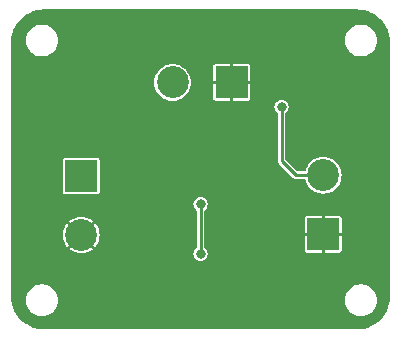
<source format=gbr>
%TF.GenerationSoftware,KiCad,Pcbnew,(6.0.5)*%
%TF.CreationDate,2022-05-30T14:14:04+05:00*%
%TF.ProjectId,multivib,6d756c74-6976-4696-922e-6b696361645f,rev?*%
%TF.SameCoordinates,Original*%
%TF.FileFunction,Copper,L2,Bot*%
%TF.FilePolarity,Positive*%
%FSLAX46Y46*%
G04 Gerber Fmt 4.6, Leading zero omitted, Abs format (unit mm)*
G04 Created by KiCad (PCBNEW (6.0.5)) date 2022-05-30 14:14:04*
%MOMM*%
%LPD*%
G01*
G04 APERTURE LIST*
%TA.AperFunction,ComponentPad*%
%ADD10R,2.700000X2.700000*%
%TD*%
%TA.AperFunction,ComponentPad*%
%ADD11C,2.700000*%
%TD*%
%TA.AperFunction,ViaPad*%
%ADD12C,0.800000*%
%TD*%
%TA.AperFunction,Conductor*%
%ADD13C,0.250000*%
%TD*%
G04 APERTURE END LIST*
D10*
%TO.P,J1,1*%
%TO.N,/out1*%
X110327500Y-100467500D03*
D11*
%TO.P,J1,2*%
%TO.N,GND*%
X110327500Y-105467500D03*
%TD*%
D10*
%TO.P,J2,1*%
%TO.N,GND*%
X123052500Y-92547500D03*
D11*
%TO.P,J2,2*%
%TO.N,Net-(C3-Pad1)*%
X118052500Y-92547500D03*
%TD*%
D10*
%TO.P,J3,1*%
%TO.N,GND*%
X130810000Y-105410000D03*
D11*
%TO.P,J3,2*%
%TO.N,/out2*%
X130810000Y-100410000D03*
%TD*%
D12*
%TO.N,Net-(C2-Pad2)*%
X120428000Y-102870000D03*
X120428000Y-107061000D03*
%TO.N,GND*%
X114340000Y-111125000D03*
X116880000Y-95885000D03*
X132120000Y-108585000D03*
X124500000Y-111125000D03*
X119420000Y-95885000D03*
X114340000Y-108585000D03*
X124500000Y-95885000D03*
X111800000Y-90805000D03*
X114340000Y-88265000D03*
X114340000Y-106045000D03*
X109260000Y-90805000D03*
X119420000Y-111125000D03*
X124500000Y-108585000D03*
X110395000Y-95885000D03*
X109260000Y-108585000D03*
X129580000Y-111125000D03*
X122256800Y-108432600D03*
X129580000Y-88265000D03*
X134660000Y-95885000D03*
X114340000Y-103505000D03*
X111800000Y-88265000D03*
X110395000Y-93345000D03*
X121960000Y-95885000D03*
X129445000Y-94615000D03*
X134660000Y-93345000D03*
X114340000Y-90805000D03*
X111800000Y-111125000D03*
X127040000Y-106045000D03*
X111800000Y-103505000D03*
X106720000Y-93345000D03*
X127040000Y-88265000D03*
X132120000Y-90805000D03*
X119420000Y-108585000D03*
X127040000Y-103505000D03*
X106720000Y-95885000D03*
%TO.N,/out2*%
X127286000Y-94615000D03*
%TD*%
D13*
%TO.N,Net-(C2-Pad2)*%
X120428000Y-102870000D02*
X120428000Y-107061000D01*
%TO.N,/out2*%
X128509000Y-100410000D02*
X130810000Y-100410000D01*
X127286000Y-94615000D02*
X127286000Y-99187000D01*
X127286000Y-99187000D02*
X128509000Y-100410000D01*
%TD*%
%TA.AperFunction,Conductor*%
%TO.N,GND*%
G36*
X133668169Y-86368018D02*
G01*
X133679641Y-86370656D01*
X133690516Y-86368195D01*
X133700727Y-86368213D01*
X133711830Y-86367288D01*
X133888468Y-86377208D01*
X133987899Y-86382792D01*
X133998922Y-86384034D01*
X134212302Y-86420288D01*
X134297461Y-86434757D01*
X134308285Y-86437227D01*
X134599279Y-86521062D01*
X134609751Y-86524726D01*
X134889530Y-86640614D01*
X134899520Y-86645425D01*
X135164563Y-86791910D01*
X135173948Y-86797806D01*
X135420937Y-86973054D01*
X135429605Y-86979967D01*
X135655407Y-87181757D01*
X135663243Y-87189593D01*
X135865033Y-87415395D01*
X135871946Y-87424063D01*
X136047194Y-87671052D01*
X136053090Y-87680437D01*
X136134893Y-87828447D01*
X136199572Y-87945474D01*
X136204386Y-87955470D01*
X136277565Y-88132140D01*
X136320273Y-88235246D01*
X136323938Y-88245721D01*
X136379738Y-88439402D01*
X136407773Y-88536715D01*
X136410243Y-88547539D01*
X136458235Y-88829998D01*
X136460966Y-88846074D01*
X136462209Y-88857106D01*
X136477684Y-89132651D01*
X136476834Y-89142626D01*
X136476862Y-89142626D01*
X136476842Y-89153777D01*
X136474344Y-89164641D01*
X136476804Y-89175513D01*
X136477059Y-89176638D01*
X136479500Y-89198488D01*
X136479500Y-110630983D01*
X136476982Y-110653169D01*
X136474344Y-110664641D01*
X136476805Y-110675516D01*
X136476787Y-110685727D01*
X136477712Y-110696830D01*
X136462209Y-110972894D01*
X136460966Y-110983922D01*
X136457503Y-111004309D01*
X136410243Y-111282461D01*
X136407773Y-111293285D01*
X136323940Y-111584275D01*
X136320274Y-111594751D01*
X136204418Y-111874455D01*
X136204389Y-111874524D01*
X136199575Y-111884520D01*
X136053090Y-112149563D01*
X136047194Y-112158948D01*
X135871946Y-112405937D01*
X135865033Y-112414605D01*
X135663243Y-112640407D01*
X135655407Y-112648243D01*
X135429605Y-112850033D01*
X135420937Y-112856946D01*
X135173948Y-113032194D01*
X135164563Y-113038090D01*
X134899520Y-113184575D01*
X134889530Y-113189386D01*
X134609751Y-113305274D01*
X134599279Y-113308938D01*
X134405598Y-113364738D01*
X134308285Y-113392773D01*
X134297461Y-113395243D01*
X134212302Y-113409712D01*
X133998922Y-113445966D01*
X133987898Y-113447208D01*
X133712346Y-113462684D01*
X133702374Y-113461834D01*
X133702374Y-113461862D01*
X133691223Y-113461842D01*
X133680359Y-113459344D01*
X133668359Y-113462059D01*
X133646512Y-113464500D01*
X107214017Y-113464500D01*
X107191831Y-113461982D01*
X107191813Y-113461978D01*
X107180359Y-113459344D01*
X107169484Y-113461805D01*
X107159273Y-113461787D01*
X107148170Y-113462712D01*
X106971532Y-113452792D01*
X106872101Y-113447208D01*
X106861078Y-113445966D01*
X106647698Y-113409712D01*
X106562539Y-113395243D01*
X106551715Y-113392773D01*
X106454402Y-113364738D01*
X106260721Y-113308938D01*
X106250249Y-113305274D01*
X105970470Y-113189386D01*
X105960480Y-113184575D01*
X105695437Y-113038090D01*
X105686052Y-113032194D01*
X105439063Y-112856946D01*
X105430395Y-112850033D01*
X105204593Y-112648243D01*
X105196757Y-112640407D01*
X104994967Y-112414605D01*
X104988054Y-112405937D01*
X104812806Y-112158948D01*
X104806910Y-112149563D01*
X104660425Y-111884520D01*
X104655611Y-111874524D01*
X104655583Y-111874455D01*
X104539726Y-111594751D01*
X104536060Y-111584275D01*
X104452227Y-111293285D01*
X104449757Y-111282461D01*
X104402497Y-111004309D01*
X104401765Y-111000000D01*
X105644341Y-111000000D01*
X105664937Y-111235408D01*
X105726097Y-111463663D01*
X105825965Y-111677829D01*
X105961505Y-111871401D01*
X106128599Y-112038495D01*
X106322171Y-112174035D01*
X106536337Y-112273903D01*
X106764592Y-112335063D01*
X106849431Y-112342486D01*
X106938870Y-112350311D01*
X106938878Y-112350311D01*
X106941034Y-112350500D01*
X107058966Y-112350500D01*
X107061122Y-112350311D01*
X107061130Y-112350311D01*
X107150569Y-112342486D01*
X107235408Y-112335063D01*
X107463663Y-112273903D01*
X107677829Y-112174035D01*
X107871401Y-112038495D01*
X108038495Y-111871401D01*
X108171554Y-111681374D01*
X108171554Y-111681373D01*
X108174035Y-111677830D01*
X108273903Y-111463663D01*
X108335063Y-111235408D01*
X108355659Y-111000000D01*
X132644341Y-111000000D01*
X132664937Y-111235408D01*
X132726097Y-111463663D01*
X132825965Y-111677829D01*
X132961505Y-111871401D01*
X133128599Y-112038495D01*
X133322171Y-112174035D01*
X133536337Y-112273903D01*
X133764592Y-112335063D01*
X133849431Y-112342486D01*
X133938870Y-112350311D01*
X133938878Y-112350311D01*
X133941034Y-112350500D01*
X134058966Y-112350500D01*
X134061122Y-112350311D01*
X134061130Y-112350311D01*
X134150569Y-112342486D01*
X134235408Y-112335063D01*
X134463663Y-112273903D01*
X134677829Y-112174035D01*
X134871401Y-112038495D01*
X135038495Y-111871401D01*
X135171554Y-111681374D01*
X135171554Y-111681373D01*
X135174035Y-111677830D01*
X135273903Y-111463663D01*
X135335063Y-111235408D01*
X135355659Y-111000000D01*
X135335063Y-110764592D01*
X135273903Y-110536337D01*
X135174035Y-110322171D01*
X135038495Y-110128599D01*
X134871401Y-109961505D01*
X134677829Y-109825965D01*
X134463663Y-109726097D01*
X134235408Y-109664937D01*
X134150569Y-109657514D01*
X134061130Y-109649689D01*
X134061122Y-109649689D01*
X134058966Y-109649500D01*
X133941034Y-109649500D01*
X133938878Y-109649689D01*
X133938870Y-109649689D01*
X133849431Y-109657514D01*
X133764592Y-109664937D01*
X133536337Y-109726097D01*
X133322171Y-109825965D01*
X133128599Y-109961505D01*
X132961505Y-110128599D01*
X132959026Y-110132140D01*
X132828447Y-110318625D01*
X132828446Y-110318627D01*
X132825965Y-110322170D01*
X132726097Y-110536337D01*
X132664937Y-110764592D01*
X132644341Y-111000000D01*
X108355659Y-111000000D01*
X108335063Y-110764592D01*
X108273903Y-110536337D01*
X108174035Y-110322171D01*
X108038495Y-110128599D01*
X107871401Y-109961505D01*
X107677829Y-109825965D01*
X107463663Y-109726097D01*
X107235408Y-109664937D01*
X107150569Y-109657514D01*
X107061130Y-109649689D01*
X107061122Y-109649689D01*
X107058966Y-109649500D01*
X106941034Y-109649500D01*
X106938878Y-109649689D01*
X106938870Y-109649689D01*
X106849431Y-109657514D01*
X106764592Y-109664937D01*
X106536337Y-109726097D01*
X106322171Y-109825965D01*
X106128599Y-109961505D01*
X105961505Y-110128599D01*
X105959026Y-110132140D01*
X105828447Y-110318625D01*
X105828446Y-110318627D01*
X105825965Y-110322170D01*
X105726097Y-110536337D01*
X105664937Y-110764592D01*
X105644341Y-111000000D01*
X104401765Y-111000000D01*
X104399034Y-110983922D01*
X104397791Y-110972894D01*
X104382331Y-110697604D01*
X104384122Y-110676795D01*
X104383747Y-110676752D01*
X104384388Y-110671184D01*
X104385655Y-110665718D01*
X104385656Y-110665000D01*
X104383096Y-110653776D01*
X104382980Y-110653266D01*
X104380500Y-110631248D01*
X104380500Y-107061000D01*
X119822318Y-107061000D01*
X119842956Y-107217762D01*
X119903464Y-107363841D01*
X119999718Y-107489282D01*
X120125159Y-107585536D01*
X120271238Y-107646044D01*
X120428000Y-107666682D01*
X120584762Y-107646044D01*
X120730841Y-107585536D01*
X120856282Y-107489282D01*
X120952536Y-107363841D01*
X121013044Y-107217762D01*
X121033682Y-107061000D01*
X121013044Y-106904238D01*
X120959446Y-106774840D01*
X129260000Y-106774840D01*
X129260948Y-106784462D01*
X129269702Y-106828474D01*
X129277021Y-106846142D01*
X129310389Y-106896082D01*
X129323918Y-106909611D01*
X129373858Y-106942979D01*
X129391526Y-106950298D01*
X129435538Y-106959052D01*
X129445160Y-106960000D01*
X130669320Y-106960000D01*
X130682005Y-106955878D01*
X130685000Y-106951757D01*
X130685000Y-106944320D01*
X130935000Y-106944320D01*
X130939122Y-106957005D01*
X130943243Y-106960000D01*
X132174840Y-106960000D01*
X132184462Y-106959052D01*
X132228474Y-106950298D01*
X132246142Y-106942979D01*
X132296082Y-106909611D01*
X132309611Y-106896082D01*
X132342979Y-106846142D01*
X132350298Y-106828474D01*
X132359052Y-106784462D01*
X132360000Y-106774840D01*
X132360000Y-105550680D01*
X132355878Y-105537995D01*
X132351757Y-105535000D01*
X130950680Y-105535000D01*
X130937995Y-105539122D01*
X130935000Y-105543243D01*
X130935000Y-106944320D01*
X130685000Y-106944320D01*
X130685000Y-105550680D01*
X130680878Y-105537995D01*
X130676757Y-105535000D01*
X129275680Y-105535000D01*
X129262995Y-105539122D01*
X129260000Y-105543243D01*
X129260000Y-106774840D01*
X120959446Y-106774840D01*
X120952536Y-106758159D01*
X120856282Y-106632718D01*
X120792233Y-106583571D01*
X120757577Y-106533148D01*
X120753500Y-106505030D01*
X120753500Y-105269320D01*
X129260000Y-105269320D01*
X129264122Y-105282005D01*
X129268243Y-105285000D01*
X130669320Y-105285000D01*
X130682005Y-105280878D01*
X130685000Y-105276757D01*
X130685000Y-105269320D01*
X130935000Y-105269320D01*
X130939122Y-105282005D01*
X130943243Y-105285000D01*
X132344320Y-105285000D01*
X132357005Y-105280878D01*
X132360000Y-105276757D01*
X132360000Y-104045160D01*
X132359052Y-104035538D01*
X132350298Y-103991526D01*
X132342979Y-103973858D01*
X132309611Y-103923918D01*
X132296082Y-103910389D01*
X132246142Y-103877021D01*
X132228474Y-103869702D01*
X132184462Y-103860948D01*
X132174840Y-103860000D01*
X130950680Y-103860000D01*
X130937995Y-103864122D01*
X130935000Y-103868243D01*
X130935000Y-105269320D01*
X130685000Y-105269320D01*
X130685000Y-103875680D01*
X130680878Y-103862995D01*
X130676757Y-103860000D01*
X129445160Y-103860000D01*
X129435538Y-103860948D01*
X129391526Y-103869702D01*
X129373858Y-103877021D01*
X129323918Y-103910389D01*
X129310389Y-103923918D01*
X129277021Y-103973858D01*
X129269702Y-103991526D01*
X129260948Y-104035538D01*
X129260000Y-104045160D01*
X129260000Y-105269320D01*
X120753500Y-105269320D01*
X120753500Y-103425970D01*
X120772407Y-103367779D01*
X120792233Y-103347428D01*
X120851129Y-103302236D01*
X120856282Y-103298282D01*
X120952536Y-103172841D01*
X121013044Y-103026762D01*
X121033682Y-102870000D01*
X121013044Y-102713238D01*
X120952536Y-102567159D01*
X120856282Y-102441718D01*
X120730841Y-102345464D01*
X120584762Y-102284956D01*
X120428000Y-102264318D01*
X120271238Y-102284956D01*
X120125159Y-102345464D01*
X119999718Y-102441718D01*
X119903464Y-102567159D01*
X119842956Y-102713238D01*
X119822318Y-102870000D01*
X119842956Y-103026762D01*
X119903464Y-103172841D01*
X119999718Y-103298282D01*
X120004871Y-103302236D01*
X120063767Y-103347428D01*
X120098423Y-103397852D01*
X120102500Y-103425970D01*
X120102500Y-106505030D01*
X120083593Y-106563221D01*
X120063768Y-106583571D01*
X119999718Y-106632718D01*
X119903464Y-106758159D01*
X119842956Y-106904238D01*
X119822318Y-107061000D01*
X104380500Y-107061000D01*
X104380500Y-106649134D01*
X109328472Y-106649134D01*
X109328970Y-106652278D01*
X109330855Y-106654670D01*
X109410656Y-106722826D01*
X109416936Y-106727388D01*
X109618320Y-106850797D01*
X109625232Y-106854319D01*
X109843452Y-106944709D01*
X109850820Y-106947103D01*
X110080504Y-107002245D01*
X110088147Y-107003456D01*
X110323625Y-107021988D01*
X110331375Y-107021988D01*
X110566853Y-107003456D01*
X110574496Y-107002245D01*
X110804180Y-106947103D01*
X110811548Y-106944709D01*
X111029768Y-106854319D01*
X111036680Y-106850797D01*
X111238064Y-106727388D01*
X111244344Y-106722826D01*
X111319636Y-106658521D01*
X111326606Y-106647148D01*
X111326356Y-106643972D01*
X111324667Y-106641444D01*
X110338586Y-105655363D01*
X110326703Y-105649309D01*
X110321672Y-105650105D01*
X109334526Y-106637251D01*
X109328472Y-106649134D01*
X104380500Y-106649134D01*
X104380500Y-105471375D01*
X108773012Y-105471375D01*
X108791544Y-105706853D01*
X108792755Y-105714496D01*
X108847897Y-105944180D01*
X108850291Y-105951548D01*
X108940681Y-106169768D01*
X108944203Y-106176680D01*
X109067612Y-106378064D01*
X109072174Y-106384344D01*
X109136479Y-106459636D01*
X109147852Y-106466606D01*
X109151028Y-106466356D01*
X109153556Y-106464667D01*
X110139637Y-105478586D01*
X110144879Y-105468297D01*
X110509309Y-105468297D01*
X110510105Y-105473328D01*
X111497251Y-106460474D01*
X111509134Y-106466528D01*
X111512278Y-106466030D01*
X111514670Y-106464145D01*
X111582826Y-106384344D01*
X111587388Y-106378064D01*
X111710797Y-106176680D01*
X111714319Y-106169768D01*
X111804709Y-105951548D01*
X111807103Y-105944180D01*
X111862245Y-105714496D01*
X111863456Y-105706853D01*
X111881988Y-105471375D01*
X111881988Y-105463625D01*
X111863456Y-105228147D01*
X111862245Y-105220504D01*
X111807103Y-104990820D01*
X111804709Y-104983452D01*
X111714319Y-104765232D01*
X111710797Y-104758320D01*
X111587388Y-104556936D01*
X111582826Y-104550656D01*
X111518521Y-104475364D01*
X111507148Y-104468394D01*
X111503972Y-104468644D01*
X111501444Y-104470333D01*
X110515363Y-105456414D01*
X110509309Y-105468297D01*
X110144879Y-105468297D01*
X110145691Y-105466703D01*
X110144895Y-105461672D01*
X109157749Y-104474526D01*
X109145866Y-104468472D01*
X109142722Y-104468970D01*
X109140330Y-104470855D01*
X109072174Y-104550656D01*
X109067612Y-104556936D01*
X108944203Y-104758320D01*
X108940681Y-104765232D01*
X108850291Y-104983452D01*
X108847897Y-104990820D01*
X108792755Y-105220504D01*
X108791544Y-105228147D01*
X108773012Y-105463625D01*
X108773012Y-105471375D01*
X104380500Y-105471375D01*
X104380500Y-104287852D01*
X109328394Y-104287852D01*
X109328644Y-104291028D01*
X109330333Y-104293556D01*
X110316414Y-105279637D01*
X110328297Y-105285691D01*
X110333328Y-105284895D01*
X111320474Y-104297749D01*
X111326528Y-104285866D01*
X111326030Y-104282722D01*
X111324145Y-104280330D01*
X111244344Y-104212174D01*
X111238064Y-104207612D01*
X111036680Y-104084203D01*
X111029768Y-104080681D01*
X110811548Y-103990291D01*
X110804180Y-103987897D01*
X110574496Y-103932755D01*
X110566853Y-103931544D01*
X110331375Y-103913012D01*
X110323625Y-103913012D01*
X110088147Y-103931544D01*
X110080504Y-103932755D01*
X109850820Y-103987897D01*
X109843452Y-103990291D01*
X109625232Y-104080681D01*
X109618320Y-104084203D01*
X109416936Y-104207612D01*
X109410656Y-104212174D01*
X109335364Y-104276479D01*
X109328394Y-104287852D01*
X104380500Y-104287852D01*
X104380500Y-101837248D01*
X108777000Y-101837248D01*
X108788633Y-101895731D01*
X108832948Y-101962052D01*
X108899269Y-102006367D01*
X108908832Y-102008269D01*
X108908834Y-102008270D01*
X108931505Y-102012779D01*
X108957752Y-102018000D01*
X111697248Y-102018000D01*
X111723495Y-102012779D01*
X111746166Y-102008270D01*
X111746168Y-102008269D01*
X111755731Y-102006367D01*
X111822052Y-101962052D01*
X111866367Y-101895731D01*
X111878000Y-101837248D01*
X111878000Y-99097752D01*
X111866367Y-99039269D01*
X111822052Y-98972948D01*
X111755731Y-98928633D01*
X111746168Y-98926731D01*
X111746166Y-98926730D01*
X111723495Y-98922221D01*
X111697248Y-98917000D01*
X108957752Y-98917000D01*
X108931505Y-98922221D01*
X108908834Y-98926730D01*
X108908832Y-98926731D01*
X108899269Y-98928633D01*
X108832948Y-98972948D01*
X108788633Y-99039269D01*
X108777000Y-99097752D01*
X108777000Y-101837248D01*
X104380500Y-101837248D01*
X104380500Y-94615000D01*
X126680318Y-94615000D01*
X126700956Y-94771762D01*
X126761464Y-94917841D01*
X126857718Y-95043282D01*
X126862871Y-95047236D01*
X126921767Y-95092428D01*
X126956423Y-95142852D01*
X126960500Y-95170970D01*
X126960500Y-99168466D01*
X126960123Y-99177095D01*
X126956736Y-99215807D01*
X126958978Y-99224174D01*
X126966796Y-99253349D01*
X126968666Y-99261783D01*
X126975412Y-99300045D01*
X126979742Y-99307544D01*
X126981738Y-99313029D01*
X126984204Y-99318316D01*
X126986446Y-99326684D01*
X127007013Y-99356056D01*
X127008732Y-99358511D01*
X127013371Y-99365792D01*
X127032806Y-99399455D01*
X127062581Y-99424440D01*
X127068937Y-99430264D01*
X128265742Y-100627069D01*
X128271565Y-100633424D01*
X128296545Y-100663194D01*
X128330219Y-100682636D01*
X128337475Y-100687259D01*
X128369316Y-100709554D01*
X128377678Y-100711795D01*
X128382960Y-100714258D01*
X128388454Y-100716257D01*
X128395955Y-100720588D01*
X128434228Y-100727337D01*
X128442656Y-100729206D01*
X128471827Y-100737022D01*
X128471830Y-100737022D01*
X128480193Y-100739263D01*
X128518896Y-100735877D01*
X128527525Y-100735500D01*
X129215544Y-100735500D01*
X129273735Y-100754407D01*
X129309699Y-100803907D01*
X129311801Y-100811360D01*
X129330828Y-100890612D01*
X129424223Y-101116089D01*
X129426255Y-101119404D01*
X129426257Y-101119409D01*
X129487982Y-101220134D01*
X129551741Y-101324179D01*
X129710241Y-101509759D01*
X129895821Y-101668259D01*
X129999866Y-101732018D01*
X130100591Y-101793743D01*
X130100596Y-101793745D01*
X130103911Y-101795777D01*
X130107502Y-101797264D01*
X130107507Y-101797267D01*
X130215533Y-101842012D01*
X130329388Y-101889172D01*
X130566698Y-101946146D01*
X130570563Y-101946450D01*
X130570568Y-101946451D01*
X130806125Y-101964989D01*
X130810000Y-101965294D01*
X130813875Y-101964989D01*
X131049432Y-101946451D01*
X131049437Y-101946450D01*
X131053302Y-101946146D01*
X131290612Y-101889172D01*
X131404467Y-101842012D01*
X131512493Y-101797267D01*
X131512498Y-101797264D01*
X131516089Y-101795777D01*
X131519404Y-101793745D01*
X131519409Y-101793743D01*
X131620134Y-101732018D01*
X131724179Y-101668259D01*
X131909759Y-101509759D01*
X132068259Y-101324179D01*
X132132018Y-101220134D01*
X132193743Y-101119409D01*
X132193745Y-101119404D01*
X132195777Y-101116089D01*
X132289172Y-100890612D01*
X132346146Y-100653302D01*
X132347710Y-100633437D01*
X132364989Y-100413875D01*
X132365294Y-100410000D01*
X132346146Y-100166698D01*
X132289172Y-99929388D01*
X132195777Y-99703911D01*
X132193745Y-99700596D01*
X132193743Y-99700591D01*
X132132018Y-99599866D01*
X132068259Y-99495821D01*
X131909759Y-99310241D01*
X131748820Y-99172786D01*
X131727139Y-99154269D01*
X131727138Y-99154269D01*
X131724179Y-99151741D01*
X131561701Y-99052174D01*
X131519409Y-99026257D01*
X131519404Y-99026255D01*
X131516089Y-99024223D01*
X131512498Y-99022736D01*
X131512493Y-99022733D01*
X131298395Y-98934052D01*
X131290612Y-98930828D01*
X131053302Y-98873854D01*
X131049437Y-98873550D01*
X131049432Y-98873549D01*
X130813875Y-98855011D01*
X130810000Y-98854706D01*
X130806125Y-98855011D01*
X130570568Y-98873549D01*
X130570563Y-98873550D01*
X130566698Y-98873854D01*
X130329388Y-98930828D01*
X130321605Y-98934052D01*
X130107507Y-99022733D01*
X130107502Y-99022736D01*
X130103911Y-99024223D01*
X130100596Y-99026255D01*
X130100591Y-99026257D01*
X130058299Y-99052174D01*
X129895821Y-99151741D01*
X129892862Y-99154269D01*
X129892861Y-99154269D01*
X129871180Y-99172786D01*
X129710241Y-99310241D01*
X129551741Y-99495821D01*
X129487982Y-99599866D01*
X129426257Y-99700591D01*
X129426255Y-99700596D01*
X129424223Y-99703911D01*
X129330828Y-99929388D01*
X129311807Y-100008614D01*
X129279839Y-100060780D01*
X129223311Y-100084195D01*
X129215544Y-100084500D01*
X128684835Y-100084500D01*
X128626644Y-100065593D01*
X128614831Y-100055504D01*
X127640496Y-99081170D01*
X127612719Y-99026653D01*
X127611500Y-99011166D01*
X127611500Y-95170970D01*
X127630407Y-95112779D01*
X127650233Y-95092428D01*
X127709129Y-95047236D01*
X127714282Y-95043282D01*
X127810536Y-94917841D01*
X127871044Y-94771762D01*
X127891682Y-94615000D01*
X127871044Y-94458238D01*
X127810536Y-94312159D01*
X127714282Y-94186718D01*
X127588841Y-94090464D01*
X127442762Y-94029956D01*
X127286000Y-94009318D01*
X127129238Y-94029956D01*
X126983159Y-94090464D01*
X126857718Y-94186718D01*
X126761464Y-94312159D01*
X126700956Y-94458238D01*
X126680318Y-94615000D01*
X104380500Y-94615000D01*
X104380500Y-92547500D01*
X116497206Y-92547500D01*
X116497511Y-92551375D01*
X116508278Y-92688180D01*
X116516354Y-92790802D01*
X116573328Y-93028112D01*
X116666723Y-93253589D01*
X116668755Y-93256904D01*
X116668757Y-93256909D01*
X116730482Y-93357634D01*
X116794241Y-93461679D01*
X116952741Y-93647259D01*
X117138321Y-93805759D01*
X117242366Y-93869518D01*
X117343091Y-93931243D01*
X117343096Y-93931245D01*
X117346411Y-93933277D01*
X117350002Y-93934764D01*
X117350007Y-93934767D01*
X117425349Y-93965974D01*
X117571888Y-94026672D01*
X117809198Y-94083646D01*
X117813063Y-94083950D01*
X117813068Y-94083951D01*
X118048625Y-94102489D01*
X118052500Y-94102794D01*
X118056375Y-94102489D01*
X118291932Y-94083951D01*
X118291937Y-94083950D01*
X118295802Y-94083646D01*
X118533112Y-94026672D01*
X118679651Y-93965974D01*
X118754993Y-93934767D01*
X118754998Y-93934764D01*
X118758589Y-93933277D01*
X118761904Y-93931245D01*
X118761909Y-93931243D01*
X118792756Y-93912340D01*
X121502500Y-93912340D01*
X121503448Y-93921962D01*
X121512202Y-93965974D01*
X121519521Y-93983642D01*
X121552889Y-94033582D01*
X121566418Y-94047111D01*
X121616358Y-94080479D01*
X121634026Y-94087798D01*
X121678038Y-94096552D01*
X121687660Y-94097500D01*
X122911820Y-94097500D01*
X122924505Y-94093378D01*
X122927500Y-94089257D01*
X122927500Y-94081820D01*
X123177500Y-94081820D01*
X123181622Y-94094505D01*
X123185743Y-94097500D01*
X124417340Y-94097500D01*
X124426962Y-94096552D01*
X124470974Y-94087798D01*
X124488642Y-94080479D01*
X124538582Y-94047111D01*
X124552111Y-94033582D01*
X124585479Y-93983642D01*
X124592798Y-93965974D01*
X124601552Y-93921962D01*
X124602500Y-93912340D01*
X124602500Y-92688180D01*
X124598378Y-92675495D01*
X124594257Y-92672500D01*
X123193180Y-92672500D01*
X123180495Y-92676622D01*
X123177500Y-92680743D01*
X123177500Y-94081820D01*
X122927500Y-94081820D01*
X122927500Y-92688180D01*
X122923378Y-92675495D01*
X122919257Y-92672500D01*
X121518180Y-92672500D01*
X121505495Y-92676622D01*
X121502500Y-92680743D01*
X121502500Y-93912340D01*
X118792756Y-93912340D01*
X118862634Y-93869518D01*
X118966679Y-93805759D01*
X119152259Y-93647259D01*
X119310759Y-93461679D01*
X119374518Y-93357634D01*
X119436243Y-93256909D01*
X119436245Y-93256904D01*
X119438277Y-93253589D01*
X119531672Y-93028112D01*
X119588646Y-92790802D01*
X119596723Y-92688180D01*
X119607489Y-92551375D01*
X119607794Y-92547500D01*
X119606076Y-92525670D01*
X119596723Y-92406820D01*
X121502500Y-92406820D01*
X121506622Y-92419505D01*
X121510743Y-92422500D01*
X122911820Y-92422500D01*
X122924505Y-92418378D01*
X122927500Y-92414257D01*
X122927500Y-92406820D01*
X123177500Y-92406820D01*
X123181622Y-92419505D01*
X123185743Y-92422500D01*
X124586820Y-92422500D01*
X124599505Y-92418378D01*
X124602500Y-92414257D01*
X124602500Y-91182660D01*
X124601552Y-91173038D01*
X124592798Y-91129026D01*
X124585479Y-91111358D01*
X124552111Y-91061418D01*
X124538582Y-91047889D01*
X124488642Y-91014521D01*
X124470974Y-91007202D01*
X124426962Y-90998448D01*
X124417340Y-90997500D01*
X123193180Y-90997500D01*
X123180495Y-91001622D01*
X123177500Y-91005743D01*
X123177500Y-92406820D01*
X122927500Y-92406820D01*
X122927500Y-91013180D01*
X122923378Y-91000495D01*
X122919257Y-90997500D01*
X121687660Y-90997500D01*
X121678038Y-90998448D01*
X121634026Y-91007202D01*
X121616358Y-91014521D01*
X121566418Y-91047889D01*
X121552889Y-91061418D01*
X121519521Y-91111358D01*
X121512202Y-91129026D01*
X121503448Y-91173038D01*
X121502500Y-91182660D01*
X121502500Y-92406820D01*
X119596723Y-92406820D01*
X119588951Y-92308068D01*
X119588950Y-92308063D01*
X119588646Y-92304198D01*
X119531672Y-92066888D01*
X119438277Y-91841411D01*
X119436245Y-91838096D01*
X119436243Y-91838091D01*
X119374518Y-91737366D01*
X119310759Y-91633321D01*
X119152259Y-91447741D01*
X118966679Y-91289241D01*
X118862634Y-91225482D01*
X118761909Y-91163757D01*
X118761904Y-91163755D01*
X118758589Y-91161723D01*
X118754998Y-91160236D01*
X118754993Y-91160233D01*
X118633597Y-91109950D01*
X118533112Y-91068328D01*
X118295802Y-91011354D01*
X118291937Y-91011050D01*
X118291932Y-91011049D01*
X118056375Y-90992511D01*
X118052500Y-90992206D01*
X118048625Y-90992511D01*
X117813068Y-91011049D01*
X117813063Y-91011050D01*
X117809198Y-91011354D01*
X117571888Y-91068328D01*
X117471403Y-91109950D01*
X117350007Y-91160233D01*
X117350002Y-91160236D01*
X117346411Y-91161723D01*
X117343096Y-91163755D01*
X117343091Y-91163757D01*
X117242366Y-91225482D01*
X117138321Y-91289241D01*
X116952741Y-91447741D01*
X116794241Y-91633321D01*
X116730482Y-91737366D01*
X116668757Y-91838091D01*
X116668755Y-91838096D01*
X116666723Y-91841411D01*
X116573328Y-92066888D01*
X116516354Y-92304198D01*
X116516050Y-92308063D01*
X116516049Y-92308068D01*
X116498924Y-92525670D01*
X116497206Y-92547500D01*
X104380500Y-92547500D01*
X104380500Y-89199281D01*
X104383057Y-89176926D01*
X104383141Y-89176565D01*
X104385655Y-89165718D01*
X104385656Y-89165000D01*
X104384413Y-89159549D01*
X104383791Y-89153995D01*
X104384076Y-89153963D01*
X104382302Y-89132915D01*
X104382317Y-89132651D01*
X104389767Y-89000000D01*
X105644341Y-89000000D01*
X105664937Y-89235408D01*
X105726097Y-89463663D01*
X105825965Y-89677829D01*
X105961505Y-89871401D01*
X106128599Y-90038495D01*
X106322171Y-90174035D01*
X106536337Y-90273903D01*
X106764592Y-90335063D01*
X106849431Y-90342486D01*
X106938870Y-90350311D01*
X106938878Y-90350311D01*
X106941034Y-90350500D01*
X107058966Y-90350500D01*
X107061122Y-90350311D01*
X107061130Y-90350311D01*
X107150569Y-90342486D01*
X107235408Y-90335063D01*
X107463663Y-90273903D01*
X107677829Y-90174035D01*
X107871401Y-90038495D01*
X108038495Y-89871401D01*
X108171554Y-89681374D01*
X108171554Y-89681373D01*
X108174035Y-89677830D01*
X108273903Y-89463663D01*
X108335063Y-89235408D01*
X108355659Y-89000000D01*
X132644341Y-89000000D01*
X132664937Y-89235408D01*
X132726097Y-89463663D01*
X132825965Y-89677829D01*
X132961505Y-89871401D01*
X133128599Y-90038495D01*
X133322171Y-90174035D01*
X133536337Y-90273903D01*
X133764592Y-90335063D01*
X133849431Y-90342486D01*
X133938870Y-90350311D01*
X133938878Y-90350311D01*
X133941034Y-90350500D01*
X134058966Y-90350500D01*
X134061122Y-90350311D01*
X134061130Y-90350311D01*
X134150569Y-90342486D01*
X134235408Y-90335063D01*
X134463663Y-90273903D01*
X134677829Y-90174035D01*
X134871401Y-90038495D01*
X135038495Y-89871401D01*
X135171554Y-89681374D01*
X135171554Y-89681373D01*
X135174035Y-89677830D01*
X135273903Y-89463663D01*
X135335063Y-89235408D01*
X135355659Y-89000000D01*
X135335063Y-88764592D01*
X135273903Y-88536337D01*
X135174035Y-88322171D01*
X135038495Y-88128599D01*
X134871401Y-87961505D01*
X134677829Y-87825965D01*
X134463663Y-87726097D01*
X134235408Y-87664937D01*
X134150569Y-87657514D01*
X134061130Y-87649689D01*
X134061122Y-87649689D01*
X134058966Y-87649500D01*
X133941034Y-87649500D01*
X133938878Y-87649689D01*
X133938870Y-87649689D01*
X133849431Y-87657514D01*
X133764592Y-87664937D01*
X133536337Y-87726097D01*
X133322171Y-87825965D01*
X133128599Y-87961505D01*
X132961505Y-88128599D01*
X132959026Y-88132140D01*
X132828447Y-88318625D01*
X132828446Y-88318627D01*
X132825965Y-88322170D01*
X132726097Y-88536337D01*
X132664937Y-88764592D01*
X132644341Y-89000000D01*
X108355659Y-89000000D01*
X108335063Y-88764592D01*
X108273903Y-88536337D01*
X108174035Y-88322171D01*
X108038495Y-88128599D01*
X107871401Y-87961505D01*
X107677829Y-87825965D01*
X107463663Y-87726097D01*
X107235408Y-87664937D01*
X107150569Y-87657514D01*
X107061130Y-87649689D01*
X107061122Y-87649689D01*
X107058966Y-87649500D01*
X106941034Y-87649500D01*
X106938878Y-87649689D01*
X106938870Y-87649689D01*
X106849431Y-87657514D01*
X106764592Y-87664937D01*
X106536337Y-87726097D01*
X106322171Y-87825965D01*
X106128599Y-87961505D01*
X105961505Y-88128599D01*
X105959026Y-88132140D01*
X105828447Y-88318625D01*
X105828446Y-88318627D01*
X105825965Y-88322170D01*
X105726097Y-88536337D01*
X105664937Y-88764592D01*
X105644341Y-89000000D01*
X104389767Y-89000000D01*
X104397792Y-88857101D01*
X104399034Y-88846074D01*
X104401766Y-88829998D01*
X104449757Y-88547539D01*
X104452227Y-88536715D01*
X104480262Y-88439402D01*
X104536062Y-88245721D01*
X104539727Y-88235246D01*
X104582435Y-88132140D01*
X104655614Y-87955470D01*
X104660428Y-87945474D01*
X104725107Y-87828447D01*
X104806910Y-87680437D01*
X104812806Y-87671052D01*
X104988054Y-87424063D01*
X104994967Y-87415395D01*
X105196757Y-87189593D01*
X105204593Y-87181757D01*
X105430395Y-86979967D01*
X105439063Y-86973054D01*
X105686052Y-86797806D01*
X105695437Y-86791910D01*
X105960480Y-86645425D01*
X105970470Y-86640614D01*
X106250249Y-86524726D01*
X106260721Y-86521062D01*
X106551715Y-86437227D01*
X106562539Y-86434757D01*
X106647698Y-86420288D01*
X106861078Y-86384034D01*
X106872102Y-86382792D01*
X107147654Y-86367316D01*
X107157626Y-86368166D01*
X107157626Y-86368138D01*
X107168777Y-86368158D01*
X107179641Y-86370656D01*
X107191641Y-86367941D01*
X107213488Y-86365500D01*
X133645983Y-86365500D01*
X133668169Y-86368018D01*
G37*
%TD.AperFunction*%
%TD*%
M02*

</source>
